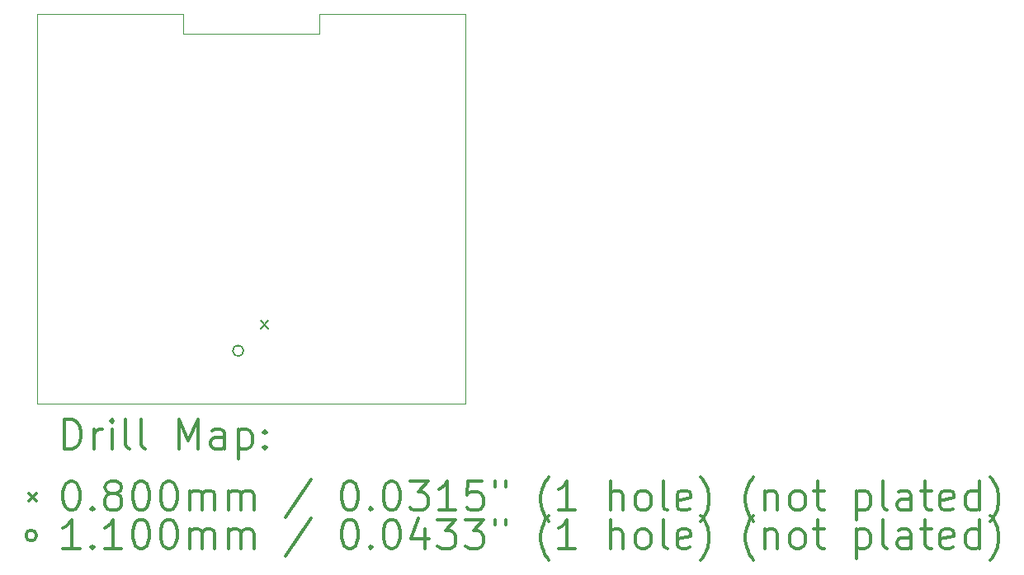
<source format=gbr>
%FSLAX45Y45*%
G04 Gerber Fmt 4.5, Leading zero omitted, Abs format (unit mm)*
G04 Created by KiCad (PCBNEW 5.1.10-88a1d61d58~90~ubuntu20.04.1) date 2021-11-23 17:14:08*
%MOMM*%
%LPD*%
G01*
G04 APERTURE LIST*
%TA.AperFunction,Profile*%
%ADD10C,0.050000*%
%TD*%
%ADD11C,0.200000*%
%ADD12C,0.300000*%
G04 APERTURE END LIST*
D10*
X11900000Y-6000000D02*
X13400000Y-6000000D01*
X11900000Y-6200000D02*
X11900000Y-6000000D01*
X10500000Y-6200000D02*
X11900000Y-6200000D01*
X10500000Y-6000000D02*
X10500000Y-6200000D01*
X9000000Y-6000000D02*
X10500000Y-6000000D01*
X9000000Y-10000000D02*
X9000000Y-6000000D01*
X13400000Y-10000000D02*
X9000000Y-10000000D01*
X13400000Y-6000000D02*
X13400000Y-10000000D01*
D11*
X11294350Y-9150650D02*
X11374350Y-9230650D01*
X11374350Y-9150650D02*
X11294350Y-9230650D01*
X11120650Y-9459350D02*
G75*
G03*
X11120650Y-9459350I-55000J0D01*
G01*
D12*
X9283928Y-10468214D02*
X9283928Y-10168214D01*
X9355357Y-10168214D01*
X9398214Y-10182500D01*
X9426786Y-10211072D01*
X9441071Y-10239643D01*
X9455357Y-10296786D01*
X9455357Y-10339643D01*
X9441071Y-10396786D01*
X9426786Y-10425357D01*
X9398214Y-10453929D01*
X9355357Y-10468214D01*
X9283928Y-10468214D01*
X9583928Y-10468214D02*
X9583928Y-10268214D01*
X9583928Y-10325357D02*
X9598214Y-10296786D01*
X9612500Y-10282500D01*
X9641071Y-10268214D01*
X9669643Y-10268214D01*
X9769643Y-10468214D02*
X9769643Y-10268214D01*
X9769643Y-10168214D02*
X9755357Y-10182500D01*
X9769643Y-10196786D01*
X9783928Y-10182500D01*
X9769643Y-10168214D01*
X9769643Y-10196786D01*
X9955357Y-10468214D02*
X9926786Y-10453929D01*
X9912500Y-10425357D01*
X9912500Y-10168214D01*
X10112500Y-10468214D02*
X10083928Y-10453929D01*
X10069643Y-10425357D01*
X10069643Y-10168214D01*
X10455357Y-10468214D02*
X10455357Y-10168214D01*
X10555357Y-10382500D01*
X10655357Y-10168214D01*
X10655357Y-10468214D01*
X10926786Y-10468214D02*
X10926786Y-10311072D01*
X10912500Y-10282500D01*
X10883928Y-10268214D01*
X10826786Y-10268214D01*
X10798214Y-10282500D01*
X10926786Y-10453929D02*
X10898214Y-10468214D01*
X10826786Y-10468214D01*
X10798214Y-10453929D01*
X10783928Y-10425357D01*
X10783928Y-10396786D01*
X10798214Y-10368214D01*
X10826786Y-10353929D01*
X10898214Y-10353929D01*
X10926786Y-10339643D01*
X11069643Y-10268214D02*
X11069643Y-10568214D01*
X11069643Y-10282500D02*
X11098214Y-10268214D01*
X11155357Y-10268214D01*
X11183928Y-10282500D01*
X11198214Y-10296786D01*
X11212500Y-10325357D01*
X11212500Y-10411072D01*
X11198214Y-10439643D01*
X11183928Y-10453929D01*
X11155357Y-10468214D01*
X11098214Y-10468214D01*
X11069643Y-10453929D01*
X11341071Y-10439643D02*
X11355357Y-10453929D01*
X11341071Y-10468214D01*
X11326786Y-10453929D01*
X11341071Y-10439643D01*
X11341071Y-10468214D01*
X11341071Y-10282500D02*
X11355357Y-10296786D01*
X11341071Y-10311072D01*
X11326786Y-10296786D01*
X11341071Y-10282500D01*
X11341071Y-10311072D01*
X8917500Y-10922500D02*
X8997500Y-11002500D01*
X8997500Y-10922500D02*
X8917500Y-11002500D01*
X9341071Y-10798214D02*
X9369643Y-10798214D01*
X9398214Y-10812500D01*
X9412500Y-10826786D01*
X9426786Y-10855357D01*
X9441071Y-10912500D01*
X9441071Y-10983929D01*
X9426786Y-11041072D01*
X9412500Y-11069643D01*
X9398214Y-11083929D01*
X9369643Y-11098214D01*
X9341071Y-11098214D01*
X9312500Y-11083929D01*
X9298214Y-11069643D01*
X9283928Y-11041072D01*
X9269643Y-10983929D01*
X9269643Y-10912500D01*
X9283928Y-10855357D01*
X9298214Y-10826786D01*
X9312500Y-10812500D01*
X9341071Y-10798214D01*
X9569643Y-11069643D02*
X9583928Y-11083929D01*
X9569643Y-11098214D01*
X9555357Y-11083929D01*
X9569643Y-11069643D01*
X9569643Y-11098214D01*
X9755357Y-10926786D02*
X9726786Y-10912500D01*
X9712500Y-10898214D01*
X9698214Y-10869643D01*
X9698214Y-10855357D01*
X9712500Y-10826786D01*
X9726786Y-10812500D01*
X9755357Y-10798214D01*
X9812500Y-10798214D01*
X9841071Y-10812500D01*
X9855357Y-10826786D01*
X9869643Y-10855357D01*
X9869643Y-10869643D01*
X9855357Y-10898214D01*
X9841071Y-10912500D01*
X9812500Y-10926786D01*
X9755357Y-10926786D01*
X9726786Y-10941072D01*
X9712500Y-10955357D01*
X9698214Y-10983929D01*
X9698214Y-11041072D01*
X9712500Y-11069643D01*
X9726786Y-11083929D01*
X9755357Y-11098214D01*
X9812500Y-11098214D01*
X9841071Y-11083929D01*
X9855357Y-11069643D01*
X9869643Y-11041072D01*
X9869643Y-10983929D01*
X9855357Y-10955357D01*
X9841071Y-10941072D01*
X9812500Y-10926786D01*
X10055357Y-10798214D02*
X10083928Y-10798214D01*
X10112500Y-10812500D01*
X10126786Y-10826786D01*
X10141071Y-10855357D01*
X10155357Y-10912500D01*
X10155357Y-10983929D01*
X10141071Y-11041072D01*
X10126786Y-11069643D01*
X10112500Y-11083929D01*
X10083928Y-11098214D01*
X10055357Y-11098214D01*
X10026786Y-11083929D01*
X10012500Y-11069643D01*
X9998214Y-11041072D01*
X9983928Y-10983929D01*
X9983928Y-10912500D01*
X9998214Y-10855357D01*
X10012500Y-10826786D01*
X10026786Y-10812500D01*
X10055357Y-10798214D01*
X10341071Y-10798214D02*
X10369643Y-10798214D01*
X10398214Y-10812500D01*
X10412500Y-10826786D01*
X10426786Y-10855357D01*
X10441071Y-10912500D01*
X10441071Y-10983929D01*
X10426786Y-11041072D01*
X10412500Y-11069643D01*
X10398214Y-11083929D01*
X10369643Y-11098214D01*
X10341071Y-11098214D01*
X10312500Y-11083929D01*
X10298214Y-11069643D01*
X10283928Y-11041072D01*
X10269643Y-10983929D01*
X10269643Y-10912500D01*
X10283928Y-10855357D01*
X10298214Y-10826786D01*
X10312500Y-10812500D01*
X10341071Y-10798214D01*
X10569643Y-11098214D02*
X10569643Y-10898214D01*
X10569643Y-10926786D02*
X10583928Y-10912500D01*
X10612500Y-10898214D01*
X10655357Y-10898214D01*
X10683928Y-10912500D01*
X10698214Y-10941072D01*
X10698214Y-11098214D01*
X10698214Y-10941072D02*
X10712500Y-10912500D01*
X10741071Y-10898214D01*
X10783928Y-10898214D01*
X10812500Y-10912500D01*
X10826786Y-10941072D01*
X10826786Y-11098214D01*
X10969643Y-11098214D02*
X10969643Y-10898214D01*
X10969643Y-10926786D02*
X10983928Y-10912500D01*
X11012500Y-10898214D01*
X11055357Y-10898214D01*
X11083928Y-10912500D01*
X11098214Y-10941072D01*
X11098214Y-11098214D01*
X11098214Y-10941072D02*
X11112500Y-10912500D01*
X11141071Y-10898214D01*
X11183928Y-10898214D01*
X11212500Y-10912500D01*
X11226786Y-10941072D01*
X11226786Y-11098214D01*
X11812500Y-10783929D02*
X11555357Y-11169643D01*
X12198214Y-10798214D02*
X12226786Y-10798214D01*
X12255357Y-10812500D01*
X12269643Y-10826786D01*
X12283928Y-10855357D01*
X12298214Y-10912500D01*
X12298214Y-10983929D01*
X12283928Y-11041072D01*
X12269643Y-11069643D01*
X12255357Y-11083929D01*
X12226786Y-11098214D01*
X12198214Y-11098214D01*
X12169643Y-11083929D01*
X12155357Y-11069643D01*
X12141071Y-11041072D01*
X12126786Y-10983929D01*
X12126786Y-10912500D01*
X12141071Y-10855357D01*
X12155357Y-10826786D01*
X12169643Y-10812500D01*
X12198214Y-10798214D01*
X12426786Y-11069643D02*
X12441071Y-11083929D01*
X12426786Y-11098214D01*
X12412500Y-11083929D01*
X12426786Y-11069643D01*
X12426786Y-11098214D01*
X12626786Y-10798214D02*
X12655357Y-10798214D01*
X12683928Y-10812500D01*
X12698214Y-10826786D01*
X12712500Y-10855357D01*
X12726786Y-10912500D01*
X12726786Y-10983929D01*
X12712500Y-11041072D01*
X12698214Y-11069643D01*
X12683928Y-11083929D01*
X12655357Y-11098214D01*
X12626786Y-11098214D01*
X12598214Y-11083929D01*
X12583928Y-11069643D01*
X12569643Y-11041072D01*
X12555357Y-10983929D01*
X12555357Y-10912500D01*
X12569643Y-10855357D01*
X12583928Y-10826786D01*
X12598214Y-10812500D01*
X12626786Y-10798214D01*
X12826786Y-10798214D02*
X13012500Y-10798214D01*
X12912500Y-10912500D01*
X12955357Y-10912500D01*
X12983928Y-10926786D01*
X12998214Y-10941072D01*
X13012500Y-10969643D01*
X13012500Y-11041072D01*
X12998214Y-11069643D01*
X12983928Y-11083929D01*
X12955357Y-11098214D01*
X12869643Y-11098214D01*
X12841071Y-11083929D01*
X12826786Y-11069643D01*
X13298214Y-11098214D02*
X13126786Y-11098214D01*
X13212500Y-11098214D02*
X13212500Y-10798214D01*
X13183928Y-10841072D01*
X13155357Y-10869643D01*
X13126786Y-10883929D01*
X13569643Y-10798214D02*
X13426786Y-10798214D01*
X13412500Y-10941072D01*
X13426786Y-10926786D01*
X13455357Y-10912500D01*
X13526786Y-10912500D01*
X13555357Y-10926786D01*
X13569643Y-10941072D01*
X13583928Y-10969643D01*
X13583928Y-11041072D01*
X13569643Y-11069643D01*
X13555357Y-11083929D01*
X13526786Y-11098214D01*
X13455357Y-11098214D01*
X13426786Y-11083929D01*
X13412500Y-11069643D01*
X13698214Y-10798214D02*
X13698214Y-10855357D01*
X13812500Y-10798214D02*
X13812500Y-10855357D01*
X14255357Y-11212500D02*
X14241071Y-11198214D01*
X14212500Y-11155357D01*
X14198214Y-11126786D01*
X14183928Y-11083929D01*
X14169643Y-11012500D01*
X14169643Y-10955357D01*
X14183928Y-10883929D01*
X14198214Y-10841072D01*
X14212500Y-10812500D01*
X14241071Y-10769643D01*
X14255357Y-10755357D01*
X14526786Y-11098214D02*
X14355357Y-11098214D01*
X14441071Y-11098214D02*
X14441071Y-10798214D01*
X14412500Y-10841072D01*
X14383928Y-10869643D01*
X14355357Y-10883929D01*
X14883928Y-11098214D02*
X14883928Y-10798214D01*
X15012500Y-11098214D02*
X15012500Y-10941072D01*
X14998214Y-10912500D01*
X14969643Y-10898214D01*
X14926786Y-10898214D01*
X14898214Y-10912500D01*
X14883928Y-10926786D01*
X15198214Y-11098214D02*
X15169643Y-11083929D01*
X15155357Y-11069643D01*
X15141071Y-11041072D01*
X15141071Y-10955357D01*
X15155357Y-10926786D01*
X15169643Y-10912500D01*
X15198214Y-10898214D01*
X15241071Y-10898214D01*
X15269643Y-10912500D01*
X15283928Y-10926786D01*
X15298214Y-10955357D01*
X15298214Y-11041072D01*
X15283928Y-11069643D01*
X15269643Y-11083929D01*
X15241071Y-11098214D01*
X15198214Y-11098214D01*
X15469643Y-11098214D02*
X15441071Y-11083929D01*
X15426786Y-11055357D01*
X15426786Y-10798214D01*
X15698214Y-11083929D02*
X15669643Y-11098214D01*
X15612500Y-11098214D01*
X15583928Y-11083929D01*
X15569643Y-11055357D01*
X15569643Y-10941072D01*
X15583928Y-10912500D01*
X15612500Y-10898214D01*
X15669643Y-10898214D01*
X15698214Y-10912500D01*
X15712500Y-10941072D01*
X15712500Y-10969643D01*
X15569643Y-10998214D01*
X15812500Y-11212500D02*
X15826786Y-11198214D01*
X15855357Y-11155357D01*
X15869643Y-11126786D01*
X15883928Y-11083929D01*
X15898214Y-11012500D01*
X15898214Y-10955357D01*
X15883928Y-10883929D01*
X15869643Y-10841072D01*
X15855357Y-10812500D01*
X15826786Y-10769643D01*
X15812500Y-10755357D01*
X16355357Y-11212500D02*
X16341071Y-11198214D01*
X16312500Y-11155357D01*
X16298214Y-11126786D01*
X16283928Y-11083929D01*
X16269643Y-11012500D01*
X16269643Y-10955357D01*
X16283928Y-10883929D01*
X16298214Y-10841072D01*
X16312500Y-10812500D01*
X16341071Y-10769643D01*
X16355357Y-10755357D01*
X16469643Y-10898214D02*
X16469643Y-11098214D01*
X16469643Y-10926786D02*
X16483928Y-10912500D01*
X16512500Y-10898214D01*
X16555357Y-10898214D01*
X16583928Y-10912500D01*
X16598214Y-10941072D01*
X16598214Y-11098214D01*
X16783928Y-11098214D02*
X16755357Y-11083929D01*
X16741071Y-11069643D01*
X16726786Y-11041072D01*
X16726786Y-10955357D01*
X16741071Y-10926786D01*
X16755357Y-10912500D01*
X16783928Y-10898214D01*
X16826786Y-10898214D01*
X16855357Y-10912500D01*
X16869643Y-10926786D01*
X16883928Y-10955357D01*
X16883928Y-11041072D01*
X16869643Y-11069643D01*
X16855357Y-11083929D01*
X16826786Y-11098214D01*
X16783928Y-11098214D01*
X16969643Y-10898214D02*
X17083928Y-10898214D01*
X17012500Y-10798214D02*
X17012500Y-11055357D01*
X17026786Y-11083929D01*
X17055357Y-11098214D01*
X17083928Y-11098214D01*
X17412500Y-10898214D02*
X17412500Y-11198214D01*
X17412500Y-10912500D02*
X17441071Y-10898214D01*
X17498214Y-10898214D01*
X17526786Y-10912500D01*
X17541071Y-10926786D01*
X17555357Y-10955357D01*
X17555357Y-11041072D01*
X17541071Y-11069643D01*
X17526786Y-11083929D01*
X17498214Y-11098214D01*
X17441071Y-11098214D01*
X17412500Y-11083929D01*
X17726786Y-11098214D02*
X17698214Y-11083929D01*
X17683928Y-11055357D01*
X17683928Y-10798214D01*
X17969643Y-11098214D02*
X17969643Y-10941072D01*
X17955357Y-10912500D01*
X17926786Y-10898214D01*
X17869643Y-10898214D01*
X17841071Y-10912500D01*
X17969643Y-11083929D02*
X17941071Y-11098214D01*
X17869643Y-11098214D01*
X17841071Y-11083929D01*
X17826786Y-11055357D01*
X17826786Y-11026786D01*
X17841071Y-10998214D01*
X17869643Y-10983929D01*
X17941071Y-10983929D01*
X17969643Y-10969643D01*
X18069643Y-10898214D02*
X18183928Y-10898214D01*
X18112500Y-10798214D02*
X18112500Y-11055357D01*
X18126786Y-11083929D01*
X18155357Y-11098214D01*
X18183928Y-11098214D01*
X18398214Y-11083929D02*
X18369643Y-11098214D01*
X18312500Y-11098214D01*
X18283928Y-11083929D01*
X18269643Y-11055357D01*
X18269643Y-10941072D01*
X18283928Y-10912500D01*
X18312500Y-10898214D01*
X18369643Y-10898214D01*
X18398214Y-10912500D01*
X18412500Y-10941072D01*
X18412500Y-10969643D01*
X18269643Y-10998214D01*
X18669643Y-11098214D02*
X18669643Y-10798214D01*
X18669643Y-11083929D02*
X18641071Y-11098214D01*
X18583928Y-11098214D01*
X18555357Y-11083929D01*
X18541071Y-11069643D01*
X18526786Y-11041072D01*
X18526786Y-10955357D01*
X18541071Y-10926786D01*
X18555357Y-10912500D01*
X18583928Y-10898214D01*
X18641071Y-10898214D01*
X18669643Y-10912500D01*
X18783928Y-11212500D02*
X18798214Y-11198214D01*
X18826786Y-11155357D01*
X18841071Y-11126786D01*
X18855357Y-11083929D01*
X18869643Y-11012500D01*
X18869643Y-10955357D01*
X18855357Y-10883929D01*
X18841071Y-10841072D01*
X18826786Y-10812500D01*
X18798214Y-10769643D01*
X18783928Y-10755357D01*
X8997500Y-11358500D02*
G75*
G03*
X8997500Y-11358500I-55000J0D01*
G01*
X9441071Y-11494214D02*
X9269643Y-11494214D01*
X9355357Y-11494214D02*
X9355357Y-11194214D01*
X9326786Y-11237071D01*
X9298214Y-11265643D01*
X9269643Y-11279929D01*
X9569643Y-11465643D02*
X9583928Y-11479929D01*
X9569643Y-11494214D01*
X9555357Y-11479929D01*
X9569643Y-11465643D01*
X9569643Y-11494214D01*
X9869643Y-11494214D02*
X9698214Y-11494214D01*
X9783928Y-11494214D02*
X9783928Y-11194214D01*
X9755357Y-11237071D01*
X9726786Y-11265643D01*
X9698214Y-11279929D01*
X10055357Y-11194214D02*
X10083928Y-11194214D01*
X10112500Y-11208500D01*
X10126786Y-11222786D01*
X10141071Y-11251357D01*
X10155357Y-11308500D01*
X10155357Y-11379929D01*
X10141071Y-11437071D01*
X10126786Y-11465643D01*
X10112500Y-11479929D01*
X10083928Y-11494214D01*
X10055357Y-11494214D01*
X10026786Y-11479929D01*
X10012500Y-11465643D01*
X9998214Y-11437071D01*
X9983928Y-11379929D01*
X9983928Y-11308500D01*
X9998214Y-11251357D01*
X10012500Y-11222786D01*
X10026786Y-11208500D01*
X10055357Y-11194214D01*
X10341071Y-11194214D02*
X10369643Y-11194214D01*
X10398214Y-11208500D01*
X10412500Y-11222786D01*
X10426786Y-11251357D01*
X10441071Y-11308500D01*
X10441071Y-11379929D01*
X10426786Y-11437071D01*
X10412500Y-11465643D01*
X10398214Y-11479929D01*
X10369643Y-11494214D01*
X10341071Y-11494214D01*
X10312500Y-11479929D01*
X10298214Y-11465643D01*
X10283928Y-11437071D01*
X10269643Y-11379929D01*
X10269643Y-11308500D01*
X10283928Y-11251357D01*
X10298214Y-11222786D01*
X10312500Y-11208500D01*
X10341071Y-11194214D01*
X10569643Y-11494214D02*
X10569643Y-11294214D01*
X10569643Y-11322786D02*
X10583928Y-11308500D01*
X10612500Y-11294214D01*
X10655357Y-11294214D01*
X10683928Y-11308500D01*
X10698214Y-11337071D01*
X10698214Y-11494214D01*
X10698214Y-11337071D02*
X10712500Y-11308500D01*
X10741071Y-11294214D01*
X10783928Y-11294214D01*
X10812500Y-11308500D01*
X10826786Y-11337071D01*
X10826786Y-11494214D01*
X10969643Y-11494214D02*
X10969643Y-11294214D01*
X10969643Y-11322786D02*
X10983928Y-11308500D01*
X11012500Y-11294214D01*
X11055357Y-11294214D01*
X11083928Y-11308500D01*
X11098214Y-11337071D01*
X11098214Y-11494214D01*
X11098214Y-11337071D02*
X11112500Y-11308500D01*
X11141071Y-11294214D01*
X11183928Y-11294214D01*
X11212500Y-11308500D01*
X11226786Y-11337071D01*
X11226786Y-11494214D01*
X11812500Y-11179929D02*
X11555357Y-11565643D01*
X12198214Y-11194214D02*
X12226786Y-11194214D01*
X12255357Y-11208500D01*
X12269643Y-11222786D01*
X12283928Y-11251357D01*
X12298214Y-11308500D01*
X12298214Y-11379929D01*
X12283928Y-11437071D01*
X12269643Y-11465643D01*
X12255357Y-11479929D01*
X12226786Y-11494214D01*
X12198214Y-11494214D01*
X12169643Y-11479929D01*
X12155357Y-11465643D01*
X12141071Y-11437071D01*
X12126786Y-11379929D01*
X12126786Y-11308500D01*
X12141071Y-11251357D01*
X12155357Y-11222786D01*
X12169643Y-11208500D01*
X12198214Y-11194214D01*
X12426786Y-11465643D02*
X12441071Y-11479929D01*
X12426786Y-11494214D01*
X12412500Y-11479929D01*
X12426786Y-11465643D01*
X12426786Y-11494214D01*
X12626786Y-11194214D02*
X12655357Y-11194214D01*
X12683928Y-11208500D01*
X12698214Y-11222786D01*
X12712500Y-11251357D01*
X12726786Y-11308500D01*
X12726786Y-11379929D01*
X12712500Y-11437071D01*
X12698214Y-11465643D01*
X12683928Y-11479929D01*
X12655357Y-11494214D01*
X12626786Y-11494214D01*
X12598214Y-11479929D01*
X12583928Y-11465643D01*
X12569643Y-11437071D01*
X12555357Y-11379929D01*
X12555357Y-11308500D01*
X12569643Y-11251357D01*
X12583928Y-11222786D01*
X12598214Y-11208500D01*
X12626786Y-11194214D01*
X12983928Y-11294214D02*
X12983928Y-11494214D01*
X12912500Y-11179929D02*
X12841071Y-11394214D01*
X13026786Y-11394214D01*
X13112500Y-11194214D02*
X13298214Y-11194214D01*
X13198214Y-11308500D01*
X13241071Y-11308500D01*
X13269643Y-11322786D01*
X13283928Y-11337071D01*
X13298214Y-11365643D01*
X13298214Y-11437071D01*
X13283928Y-11465643D01*
X13269643Y-11479929D01*
X13241071Y-11494214D01*
X13155357Y-11494214D01*
X13126786Y-11479929D01*
X13112500Y-11465643D01*
X13398214Y-11194214D02*
X13583928Y-11194214D01*
X13483928Y-11308500D01*
X13526786Y-11308500D01*
X13555357Y-11322786D01*
X13569643Y-11337071D01*
X13583928Y-11365643D01*
X13583928Y-11437071D01*
X13569643Y-11465643D01*
X13555357Y-11479929D01*
X13526786Y-11494214D01*
X13441071Y-11494214D01*
X13412500Y-11479929D01*
X13398214Y-11465643D01*
X13698214Y-11194214D02*
X13698214Y-11251357D01*
X13812500Y-11194214D02*
X13812500Y-11251357D01*
X14255357Y-11608500D02*
X14241071Y-11594214D01*
X14212500Y-11551357D01*
X14198214Y-11522786D01*
X14183928Y-11479929D01*
X14169643Y-11408500D01*
X14169643Y-11351357D01*
X14183928Y-11279929D01*
X14198214Y-11237071D01*
X14212500Y-11208500D01*
X14241071Y-11165643D01*
X14255357Y-11151357D01*
X14526786Y-11494214D02*
X14355357Y-11494214D01*
X14441071Y-11494214D02*
X14441071Y-11194214D01*
X14412500Y-11237071D01*
X14383928Y-11265643D01*
X14355357Y-11279929D01*
X14883928Y-11494214D02*
X14883928Y-11194214D01*
X15012500Y-11494214D02*
X15012500Y-11337071D01*
X14998214Y-11308500D01*
X14969643Y-11294214D01*
X14926786Y-11294214D01*
X14898214Y-11308500D01*
X14883928Y-11322786D01*
X15198214Y-11494214D02*
X15169643Y-11479929D01*
X15155357Y-11465643D01*
X15141071Y-11437071D01*
X15141071Y-11351357D01*
X15155357Y-11322786D01*
X15169643Y-11308500D01*
X15198214Y-11294214D01*
X15241071Y-11294214D01*
X15269643Y-11308500D01*
X15283928Y-11322786D01*
X15298214Y-11351357D01*
X15298214Y-11437071D01*
X15283928Y-11465643D01*
X15269643Y-11479929D01*
X15241071Y-11494214D01*
X15198214Y-11494214D01*
X15469643Y-11494214D02*
X15441071Y-11479929D01*
X15426786Y-11451357D01*
X15426786Y-11194214D01*
X15698214Y-11479929D02*
X15669643Y-11494214D01*
X15612500Y-11494214D01*
X15583928Y-11479929D01*
X15569643Y-11451357D01*
X15569643Y-11337071D01*
X15583928Y-11308500D01*
X15612500Y-11294214D01*
X15669643Y-11294214D01*
X15698214Y-11308500D01*
X15712500Y-11337071D01*
X15712500Y-11365643D01*
X15569643Y-11394214D01*
X15812500Y-11608500D02*
X15826786Y-11594214D01*
X15855357Y-11551357D01*
X15869643Y-11522786D01*
X15883928Y-11479929D01*
X15898214Y-11408500D01*
X15898214Y-11351357D01*
X15883928Y-11279929D01*
X15869643Y-11237071D01*
X15855357Y-11208500D01*
X15826786Y-11165643D01*
X15812500Y-11151357D01*
X16355357Y-11608500D02*
X16341071Y-11594214D01*
X16312500Y-11551357D01*
X16298214Y-11522786D01*
X16283928Y-11479929D01*
X16269643Y-11408500D01*
X16269643Y-11351357D01*
X16283928Y-11279929D01*
X16298214Y-11237071D01*
X16312500Y-11208500D01*
X16341071Y-11165643D01*
X16355357Y-11151357D01*
X16469643Y-11294214D02*
X16469643Y-11494214D01*
X16469643Y-11322786D02*
X16483928Y-11308500D01*
X16512500Y-11294214D01*
X16555357Y-11294214D01*
X16583928Y-11308500D01*
X16598214Y-11337071D01*
X16598214Y-11494214D01*
X16783928Y-11494214D02*
X16755357Y-11479929D01*
X16741071Y-11465643D01*
X16726786Y-11437071D01*
X16726786Y-11351357D01*
X16741071Y-11322786D01*
X16755357Y-11308500D01*
X16783928Y-11294214D01*
X16826786Y-11294214D01*
X16855357Y-11308500D01*
X16869643Y-11322786D01*
X16883928Y-11351357D01*
X16883928Y-11437071D01*
X16869643Y-11465643D01*
X16855357Y-11479929D01*
X16826786Y-11494214D01*
X16783928Y-11494214D01*
X16969643Y-11294214D02*
X17083928Y-11294214D01*
X17012500Y-11194214D02*
X17012500Y-11451357D01*
X17026786Y-11479929D01*
X17055357Y-11494214D01*
X17083928Y-11494214D01*
X17412500Y-11294214D02*
X17412500Y-11594214D01*
X17412500Y-11308500D02*
X17441071Y-11294214D01*
X17498214Y-11294214D01*
X17526786Y-11308500D01*
X17541071Y-11322786D01*
X17555357Y-11351357D01*
X17555357Y-11437071D01*
X17541071Y-11465643D01*
X17526786Y-11479929D01*
X17498214Y-11494214D01*
X17441071Y-11494214D01*
X17412500Y-11479929D01*
X17726786Y-11494214D02*
X17698214Y-11479929D01*
X17683928Y-11451357D01*
X17683928Y-11194214D01*
X17969643Y-11494214D02*
X17969643Y-11337071D01*
X17955357Y-11308500D01*
X17926786Y-11294214D01*
X17869643Y-11294214D01*
X17841071Y-11308500D01*
X17969643Y-11479929D02*
X17941071Y-11494214D01*
X17869643Y-11494214D01*
X17841071Y-11479929D01*
X17826786Y-11451357D01*
X17826786Y-11422786D01*
X17841071Y-11394214D01*
X17869643Y-11379929D01*
X17941071Y-11379929D01*
X17969643Y-11365643D01*
X18069643Y-11294214D02*
X18183928Y-11294214D01*
X18112500Y-11194214D02*
X18112500Y-11451357D01*
X18126786Y-11479929D01*
X18155357Y-11494214D01*
X18183928Y-11494214D01*
X18398214Y-11479929D02*
X18369643Y-11494214D01*
X18312500Y-11494214D01*
X18283928Y-11479929D01*
X18269643Y-11451357D01*
X18269643Y-11337071D01*
X18283928Y-11308500D01*
X18312500Y-11294214D01*
X18369643Y-11294214D01*
X18398214Y-11308500D01*
X18412500Y-11337071D01*
X18412500Y-11365643D01*
X18269643Y-11394214D01*
X18669643Y-11494214D02*
X18669643Y-11194214D01*
X18669643Y-11479929D02*
X18641071Y-11494214D01*
X18583928Y-11494214D01*
X18555357Y-11479929D01*
X18541071Y-11465643D01*
X18526786Y-11437071D01*
X18526786Y-11351357D01*
X18541071Y-11322786D01*
X18555357Y-11308500D01*
X18583928Y-11294214D01*
X18641071Y-11294214D01*
X18669643Y-11308500D01*
X18783928Y-11608500D02*
X18798214Y-11594214D01*
X18826786Y-11551357D01*
X18841071Y-11522786D01*
X18855357Y-11479929D01*
X18869643Y-11408500D01*
X18869643Y-11351357D01*
X18855357Y-11279929D01*
X18841071Y-11237071D01*
X18826786Y-11208500D01*
X18798214Y-11165643D01*
X18783928Y-11151357D01*
M02*

</source>
